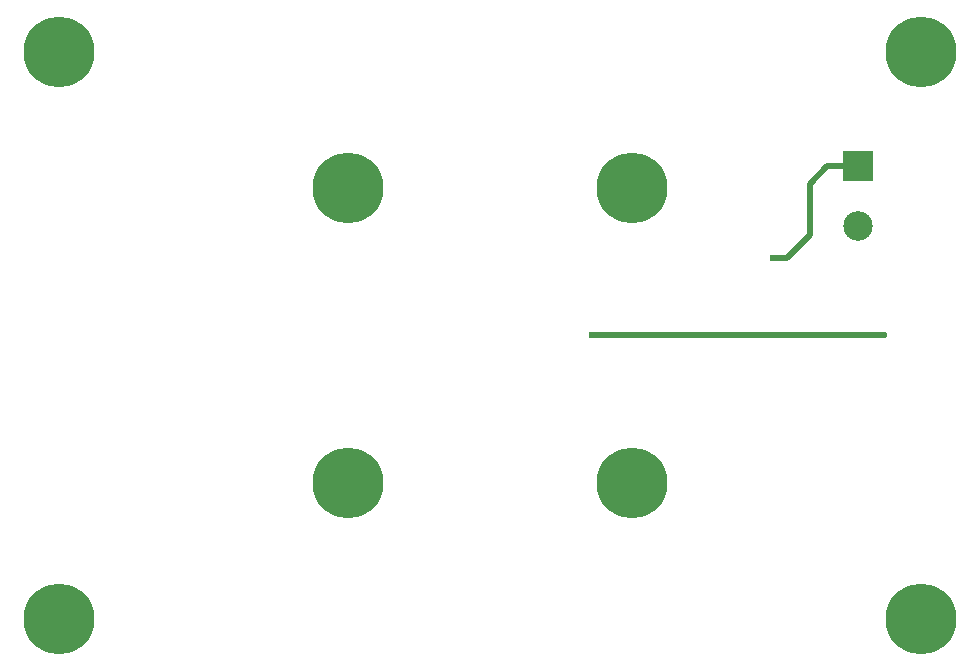
<source format=gbl>
%TF.GenerationSoftware,KiCad,Pcbnew,8.0.7*%
%TF.CreationDate,2025-01-15T23:21:58+00:00*%
%TF.ProjectId,PNP Camera,504e5020-4361-46d6-9572-612e6b696361,rev?*%
%TF.SameCoordinates,Original*%
%TF.FileFunction,Copper,L2,Bot*%
%TF.FilePolarity,Positive*%
%FSLAX46Y46*%
G04 Gerber Fmt 4.6, Leading zero omitted, Abs format (unit mm)*
G04 Created by KiCad (PCBNEW 8.0.7) date 2025-01-15 23:21:58*
%MOMM*%
%LPD*%
G01*
G04 APERTURE LIST*
%TA.AperFunction,ComponentPad*%
%ADD10C,6.000000*%
%TD*%
%TA.AperFunction,ComponentPad*%
%ADD11R,2.500000X2.500000*%
%TD*%
%TA.AperFunction,ComponentPad*%
%ADD12C,2.500000*%
%TD*%
%TA.AperFunction,ViaPad*%
%ADD13C,0.600000*%
%TD*%
%TA.AperFunction,Conductor*%
%ADD14C,0.500000*%
%TD*%
%ADD15C,0.300000*%
%ADD16C,0.350000*%
G04 APERTURE END LIST*
D10*
%TO.P,,1*%
%TO.N,N/C*%
X133000000Y-81000000D03*
%TD*%
%TO.P,,1*%
%TO.N,N/C*%
X133000000Y-56000000D03*
%TD*%
%TO.P,,1*%
%TO.N,N/C*%
X157500000Y-92500000D03*
%TD*%
%TO.P,,1*%
%TO.N,N/C*%
X84500000Y-92500000D03*
%TD*%
%TO.P,,1*%
%TO.N,N/C*%
X109000000Y-56000000D03*
%TD*%
%TO.P,,1*%
%TO.N,N/C*%
X157500000Y-44500000D03*
%TD*%
%TO.P,,1*%
%TO.N,N/C*%
X109000000Y-81000000D03*
%TD*%
%TO.P,REF\u002A\u002A,1*%
%TO.N,N/C*%
X84500000Y-44500000D03*
%TD*%
D11*
%TO.P,J1,1,Pin_1*%
%TO.N,VCC*%
X152175000Y-54205000D03*
D12*
%TO.P,J1,2,Pin_2*%
%TO.N,GND*%
X152175000Y-59285000D03*
%TD*%
D13*
%TO.N,GND*%
X130275000Y-68500000D03*
X153775000Y-68500000D03*
X154375000Y-68500000D03*
X129675000Y-68500000D03*
%TO.N,VCC*%
X145550000Y-62000000D03*
X144950000Y-62000000D03*
%TD*%
D14*
%TO.N,GND*%
X129675000Y-68500000D02*
X130275000Y-68500000D01*
X130275000Y-68500000D02*
X153775000Y-68500000D01*
X153775000Y-68500000D02*
X154375000Y-68500000D01*
%TO.N,VCC*%
X148100000Y-60025000D02*
X148100000Y-55687500D01*
X144950000Y-62000000D02*
X145550000Y-62000000D01*
X148100000Y-55687500D02*
X149582500Y-54205000D01*
X145550000Y-62000000D02*
X146125000Y-62000000D01*
X146125000Y-62000000D02*
X148100000Y-60025000D01*
X149582500Y-54205000D02*
X152175000Y-54205000D01*
%TD*%
D15*
X130275000Y-68500000D03*
X153775000Y-68500000D03*
X154375000Y-68500000D03*
X129675000Y-68500000D03*
X145550000Y-62000000D03*
X144950000Y-62000000D03*
D16*
X133000000Y-81000000D03*
X133000000Y-56000000D03*
X157500000Y-92500000D03*
X84500000Y-92500000D03*
X109000000Y-56000000D03*
X157500000Y-44500000D03*
X109000000Y-81000000D03*
X84500000Y-44500000D03*
X152175000Y-54205000D03*
X152175000Y-59285000D03*
M02*

</source>
